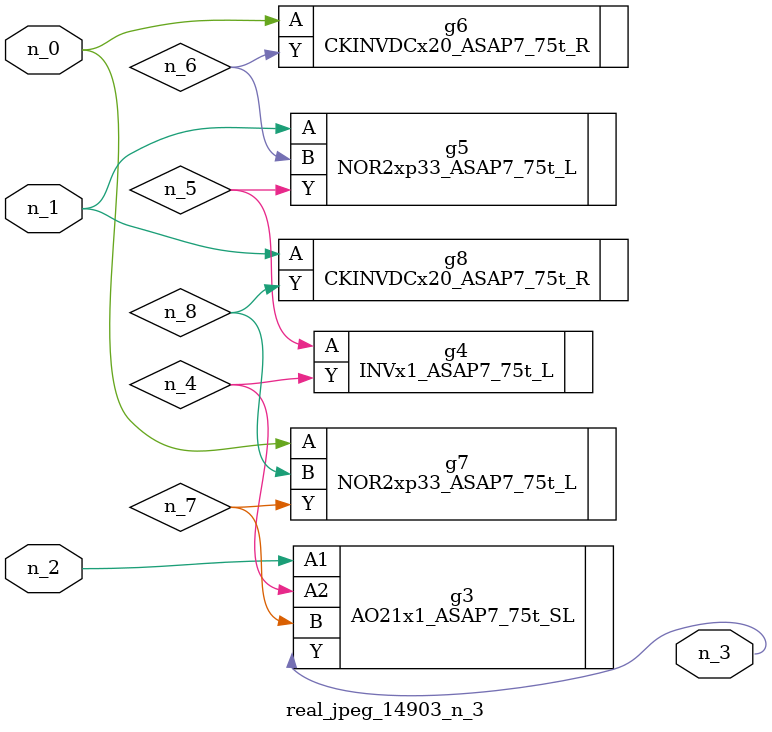
<source format=v>
module real_jpeg_14903_n_3 (n_1, n_0, n_2, n_3);

input n_1;
input n_0;
input n_2;

output n_3;

wire n_5;
wire n_8;
wire n_4;
wire n_6;
wire n_7;

CKINVDCx20_ASAP7_75t_R g6 ( 
.A(n_0),
.Y(n_6)
);

NOR2xp33_ASAP7_75t_L g7 ( 
.A(n_0),
.B(n_8),
.Y(n_7)
);

NOR2xp33_ASAP7_75t_L g5 ( 
.A(n_1),
.B(n_6),
.Y(n_5)
);

CKINVDCx20_ASAP7_75t_R g8 ( 
.A(n_1),
.Y(n_8)
);

AO21x1_ASAP7_75t_SL g3 ( 
.A1(n_2),
.A2(n_4),
.B(n_7),
.Y(n_3)
);

INVx1_ASAP7_75t_L g4 ( 
.A(n_5),
.Y(n_4)
);


endmodule
</source>
